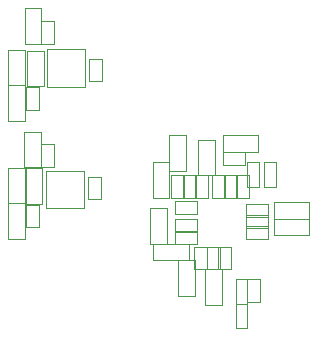
<source format=gbr>
%TF.GenerationSoftware,Altium Limited,Altium Designer,20.1.12 (249)*%
G04 Layer_Color=32768*
%FSLAX45Y45*%
%MOMM*%
%TF.SameCoordinates,4EE8302A-A9A8-49E0-93C5-14594FCB678D*%
%TF.FilePolarity,Positive*%
%TF.FileFunction,Other,M23_-_RefDes_Outline-B*%
%TF.Part,Single*%
G01*
G75*
%TA.AperFunction,NonConductor*%
%ADD137C,0.10000*%
D137*
X805000Y1167500D02*
X915000D01*
X805000D02*
Y1357500D01*
X915000D01*
Y1167500D02*
Y1357500D01*
X460000Y2442500D02*
X780000D01*
Y2122500D02*
Y2442500D01*
X460000Y2122500D02*
X780000D01*
X460000D02*
Y2442500D01*
X450000Y1410000D02*
X770000D01*
Y1090000D02*
Y1410000D01*
X450000Y1090000D02*
X770000D01*
X450000D02*
Y1410000D01*
X1352500Y1482500D02*
X1492500D01*
Y1182500D02*
Y1482500D01*
X1352500Y1182500D02*
X1492500D01*
X1352500D02*
Y1482500D01*
X287500Y2127500D02*
Y2427500D01*
Y2127500D02*
X427500D01*
Y2427500D01*
X287500D02*
X427500D01*
X1617500Y1180000D02*
Y1370000D01*
X1507500D02*
X1617500D01*
X1507500Y1180000D02*
Y1370000D01*
Y1180000D02*
X1617500D01*
X130000Y1832500D02*
X270000D01*
X130000D02*
Y2132500D01*
X270000D01*
Y1832500D02*
Y2132500D01*
X925000Y2167500D02*
Y2357500D01*
X815000D02*
X925000D01*
X815000Y2167500D02*
Y2357500D01*
Y2167500D02*
X925000D01*
X407500Y2675000D02*
X517500D01*
Y2485000D02*
Y2675000D01*
X407500Y2485000D02*
X517500D01*
X407500D02*
Y2675000D01*
X267500Y2785000D02*
X407500D01*
Y2485000D02*
Y2785000D01*
X267500Y2485000D02*
X407500D01*
X267500D02*
Y2785000D01*
X270000Y2132500D02*
Y2432500D01*
X130000D02*
X270000D01*
X130000Y2132500D02*
Y2432500D01*
Y2132500D02*
X270000D01*
X277500Y1927500D02*
X387500D01*
X277500D02*
Y2117500D01*
X387500D01*
Y1927500D02*
Y2117500D01*
X402500Y1632500D02*
X512500D01*
Y1442500D02*
Y1632500D01*
X402500Y1442500D02*
X512500D01*
X402500D02*
Y1632500D01*
X127500Y835000D02*
X267500D01*
X127500D02*
Y1135000D01*
X267500D01*
Y835000D02*
Y1135000D01*
X275000Y930000D02*
X385000D01*
X275000D02*
Y1120000D01*
X385000D01*
Y930000D02*
Y1120000D01*
X267500Y1135000D02*
Y1435000D01*
X127500D02*
X267500D01*
X127500Y1135000D02*
Y1435000D01*
Y1135000D02*
X267500D01*
X262500Y1740000D02*
X402500D01*
Y1440000D02*
Y1740000D01*
X262500Y1440000D02*
X402500D01*
X262500D02*
Y1740000D01*
X277500Y1430000D02*
X417500D01*
Y1130000D02*
Y1430000D01*
X277500Y1130000D02*
X417500D01*
X277500D02*
Y1430000D01*
X2292500Y1270000D02*
Y1480000D01*
X2392500D01*
Y1270000D02*
Y1480000D01*
X2292500Y1270000D02*
X2392500D01*
X2247500Y1275000D02*
Y1485000D01*
X2147500Y1275000D02*
X2247500D01*
X2147500D02*
Y1485000D01*
X2247500D01*
X2152500Y285000D02*
Y495000D01*
X2052500Y285000D02*
X2152500D01*
X2052500D02*
Y495000D01*
X2152500D01*
X2152500Y300000D02*
X2262500D01*
X2152500D02*
Y490000D01*
X2262500D01*
Y300000D02*
Y490000D01*
X2052500Y75000D02*
Y285000D01*
X2152500D01*
Y75000D02*
Y285000D01*
X2052500Y75000D02*
X2152500D01*
X2245000Y1570000D02*
Y1710000D01*
X1945000Y1570000D02*
X2245000D01*
X1945000D02*
Y1710000D01*
X2245000D01*
X2135000Y1460000D02*
Y1570000D01*
X1945000Y1460000D02*
X2135000D01*
X1945000D02*
Y1570000D01*
X2135000D01*
X1357500Y652500D02*
X1657500D01*
Y792500D01*
X1357500D02*
X1657500D01*
X1357500Y652500D02*
Y792500D01*
X1810000Y765000D02*
X1920000D01*
Y575000D02*
Y765000D01*
X1810000Y575000D02*
X1920000D01*
X1810000D02*
Y765000D01*
X2052500Y1180000D02*
X2162500D01*
X2052500D02*
Y1370000D01*
X2162500D01*
Y1180000D02*
Y1370000D01*
X1492500Y1710000D02*
X1632500D01*
Y1410000D02*
Y1710000D01*
X1492500Y1410000D02*
X1632500D01*
X1492500D02*
Y1710000D01*
X1605000Y1180000D02*
X1715000D01*
X1605000D02*
Y1370000D01*
X1715000D01*
Y1180000D02*
Y1370000D01*
X1727500Y792500D02*
Y902500D01*
X1537500Y792500D02*
X1727500D01*
X1537500D02*
Y902500D01*
X1727500D01*
X1857500Y1180000D02*
X1967500D01*
X1857500D02*
Y1370000D01*
X1967500D01*
Y1180000D02*
Y1370000D01*
X1727500Y1042500D02*
Y1152500D01*
X1537500Y1042500D02*
X1727500D01*
X1537500D02*
Y1152500D01*
X1727500D01*
X1330000Y792500D02*
X1470000D01*
X1330000D02*
Y1092500D01*
X1470000D01*
Y792500D02*
Y1092500D01*
X1727500Y892500D02*
Y1002500D01*
X1537500Y892500D02*
X1727500D01*
X1537500D02*
Y1002500D01*
X1727500D01*
X1567500Y352500D02*
X1707500D01*
X1567500D02*
Y652500D01*
X1707500D01*
Y352500D02*
Y652500D01*
X1705000Y765000D02*
X1815000D01*
Y575000D02*
Y765000D01*
X1705000Y575000D02*
X1815000D01*
X1705000D02*
Y765000D01*
X1735000Y1370001D02*
Y1670000D01*
Y1370001D02*
X1875000D01*
Y1670000D01*
X1735000D02*
X1875000D01*
X1817500Y1180000D02*
Y1370000D01*
X1707500D02*
X1817500D01*
X1707500Y1180000D02*
Y1370000D01*
Y1180000D02*
X1817500D01*
X1795000Y275000D02*
X1935000D01*
X1795000D02*
Y575000D01*
X1935000D01*
Y275000D02*
Y575000D01*
X2375001Y1145000D02*
X2675000D01*
X2375001Y1005000D02*
Y1145000D01*
Y1005000D02*
X2675000D01*
Y1145000D01*
X2140000Y1020000D02*
X2330000D01*
Y1130000D01*
X2140000D02*
X2330000D01*
X2140000Y1020000D02*
Y1130000D01*
X2675000Y865000D02*
Y1005000D01*
X2375000Y865000D02*
X2675000D01*
X2375000D02*
Y1005000D01*
X2675000D01*
X2140000Y832500D02*
X2330000D01*
Y942500D01*
X2140000D02*
X2330000D01*
X2140000Y832500D02*
Y942500D01*
Y922500D02*
X2330000D01*
Y1032500D01*
X2140000D02*
X2330000D01*
X2140000Y922500D02*
Y1032500D01*
X1905000Y575000D02*
Y765000D01*
Y575000D02*
X2015000D01*
Y765000D01*
X1905000D02*
X2015000D01*
X2065000Y1180000D02*
Y1370000D01*
X1955000D02*
X2065000D01*
X1955000Y1180000D02*
Y1370000D01*
Y1180000D02*
X2065000D01*
%TF.MD5,a14a78befd96a533486a8c65f2d75811*%
M02*

</source>
